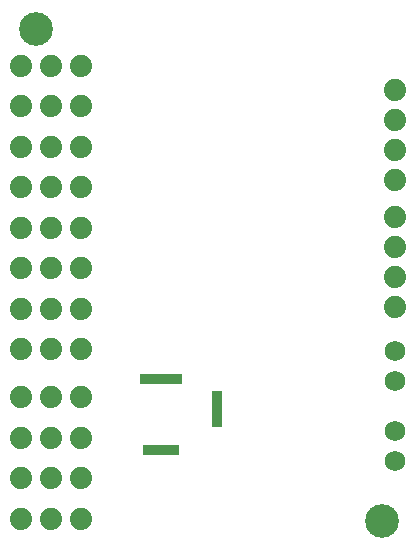
<source format=gbs>
G04 Layer_Color=8150272*
%FSAX24Y24*%
%MOIN*%
G70*
G01*
G75*
%ADD66C,0.0740*%
%ADD67C,0.0690*%
%ADD68R,0.1221X0.0355*%
%ADD69R,0.0355X0.1221*%
%ADD70R,0.1418X0.0355*%
%ADD71C,0.1123*%
D66*
X035100Y044250D02*
D03*
Y043250D02*
D03*
Y042250D02*
D03*
Y041250D02*
D03*
Y040000D02*
D03*
Y039000D02*
D03*
Y038000D02*
D03*
Y037000D02*
D03*
X022650Y042350D02*
D03*
X023650D02*
D03*
X024650D02*
D03*
X022650Y045050D02*
D03*
X023650D02*
D03*
X024650D02*
D03*
X022650Y043700D02*
D03*
X023650D02*
D03*
X024650D02*
D03*
X022650Y041000D02*
D03*
X023650D02*
D03*
X024650D02*
D03*
X022650Y039650D02*
D03*
X023650D02*
D03*
X024650D02*
D03*
X022650Y038300D02*
D03*
X023650D02*
D03*
X024650D02*
D03*
X022650Y036950D02*
D03*
X023650D02*
D03*
X024650D02*
D03*
X022650Y035600D02*
D03*
X023650D02*
D03*
X024650D02*
D03*
X022650Y034000D02*
D03*
X023650D02*
D03*
X024650D02*
D03*
X022650Y032650D02*
D03*
X023650D02*
D03*
X024650D02*
D03*
X022650Y031300D02*
D03*
X023650D02*
D03*
X024650D02*
D03*
X022650Y029950D02*
D03*
X023650D02*
D03*
X024650D02*
D03*
D67*
X035100Y034550D02*
D03*
Y035550D02*
D03*
Y031890D02*
D03*
Y032890D02*
D03*
D68*
X027300Y032238D02*
D03*
D69*
X029190Y033616D02*
D03*
D70*
X027300Y034600D02*
D03*
D71*
X034670Y029880D02*
D03*
X023150Y046270D02*
D03*
M02*

</source>
